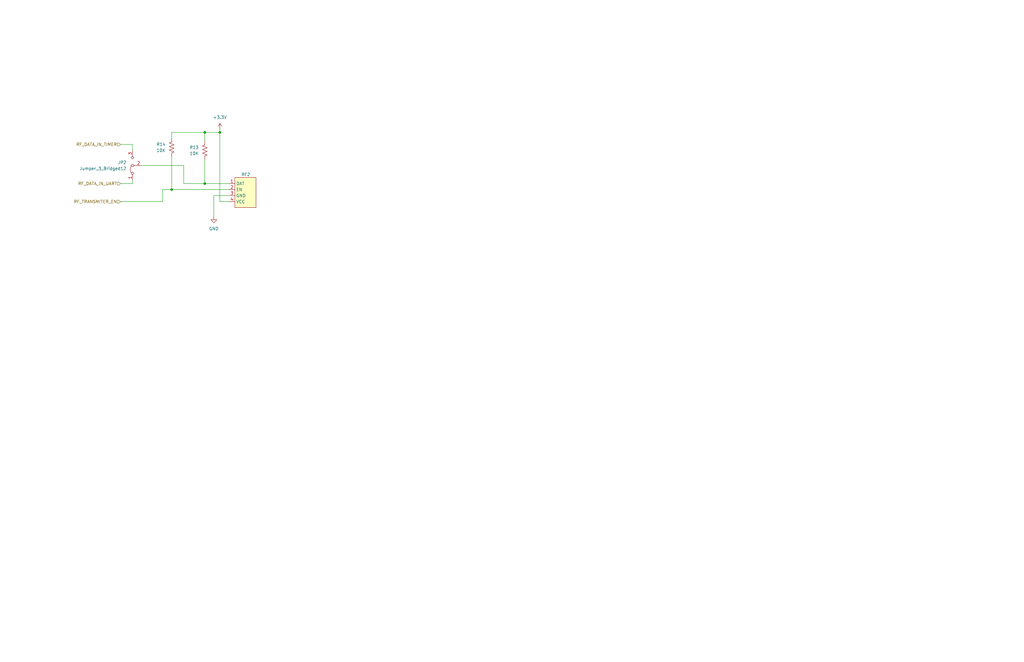
<source format=kicad_sch>
(kicad_sch (version 20250114) (generator "eeschema") (generator_version "9.0")
  (paper "USLedger")
  (title_block (title "RC-KAKATA-CONTROL") (date "2025-12-01") (rev "1.0") (company "ITLA-HUB"))
  (lib_symbols
    (symbol "EasyEDA:rf_433MHz_TRANSMITTER"
      (property "Reference" "RF" (at 0 0 0))
      (symbol "rf_433MHz_TRANSMITTER_1_1"
        (rectangle (start -8.89 0) (end 0 -12.7) (fill (type background)))
        (pin input line (at 2.54 -2.54 180) (length 2.54) (name "DAT") (number "1"))
        (pin input line (at 2.54 -5.08 180) (length 2.54) (name "EN") (number "2"))
        (pin input line (at 2.54 -7.62 180) (length 2.54) (name "GND") (number "3"))
        (pin input line (at 2.54 -10.16 180) (length 2.54) (name "VCC") (number "4"))
      )
    )
    (symbol "Jumper:Jumper_3_Bridged12" (pin_names (offset 0) (hide yes)) (in_bom no)
      (property "Reference" "JP" (at -2.54 -2.54 0))
      (property "Value" "Jumper_3_Bridged12" (at 0 2.794 0))
      (symbol "Jumper_3_Bridged12_0_0"
        (circle (center -3.302 0) (radius 0.508))
        (circle (center 0 0) (radius 0.508))
        (circle (center 3.302 0) (radius 0.508))
      )
      (symbol "Jumper_3_Bridged12_0_1"
        (arc (start -3.048 0.508) (mid -1.651 0.9912) (end -0.254 0.508))
        (polyline (pts (xy 0 -1.27) (xy 0 -0.508)))
      )
      (symbol "Jumper_3_Bridged12_1_1"
        (pin passive line (at -6.35 0 0) (length 2.54) (name "A") (number "1"))
        (pin passive line (at 0 -3.81 90) (length 2.54) (name "C") (number "2"))
        (pin passive line (at 6.35 0 180) (length 2.54) (name "B") (number "3"))
      )
    )
    (symbol "MG_RESISTOR:RES-0603-10K-1%" (pin_numbers (hide yes)) (pin_names (offset 0))
      (property "Reference" "R" (at 2.54 0 90))
      (property "Value" "10K" (at -2.54 0 90))
      (symbol "RES-0603-10K-1%_0_1"
        (polyline (pts (xy 0 2.286) (xy 0 2.54)))
        (polyline (pts (xy 0 2.286) (xy 1.016 1.905) (xy 0 1.524) (xy -1.016 1.143) (xy 0 0.762)))
        (polyline (pts (xy 0 0.762) (xy 1.016 0.381) (xy 0 0) (xy -1.016 -0.381) (xy 0 -0.762)))
        (polyline (pts (xy 0 -0.762) (xy 1.016 -1.143) (xy 0 -1.524) (xy -1.016 -1.905) (xy 0 -2.286)))
        (polyline (pts (xy 0 -2.286) (xy 0 -2.54)))
      )
      (symbol "RES-0603-10K-1%_1_1"
        (pin passive line (at 0 3.81 270) (length 1.27) (name "~") (number "1"))
        (pin passive line (at 0 -3.81 90) (length 1.27) (name "~") (number "2"))
      )
    )
    (symbol "power:+3.3V" (power) (pin_numbers (hide yes)) (pin_names (offset 0) (hide yes))
      (property "Value" "+3.3V" (at 0 3.556 0))
      (symbol "+3.3V_0_1"
        (polyline (pts (xy -0.762 1.27) (xy 0 2.54)))
        (polyline (pts (xy 0 2.54) (xy 0.762 1.27)))
        (polyline (pts (xy 0 0) (xy 0 2.54)))
      )
      (symbol "+3.3V_1_1"
        (pin power_in line (at 0 0 90) (length 0) (name "~") (number "1"))
      )
    )
    (symbol "power:GND" (power) (pin_numbers (hide yes)) (pin_names (offset 0) (hide yes))
      (property "Value" "GND" (at 0 -3.81 0))
      (symbol "GND_0_1"
        (polyline (pts (xy 0 0) (xy 0 -1.27) (xy 1.27 -1.27) (xy 0 -2.54) (xy -1.27 -1.27) (xy 0 -1.27)))
      )
      (symbol "GND_1_1"
        (pin power_in line (at 0 0 270) (length 0) (name "~") (number "1"))
      )
    )
  )
  (junction (at 86.36 77.47))
  (junction (at 86.36 55.88))
  (junction (at 72.39 80.01))
  (junction (at 92.71 55.88))
  (wire (pts (xy 86.36 67.31) (xy 86.36 77.47)))
  (wire (pts (xy 50.8 60.96) (xy 55.88 60.96)))
  (wire (pts (xy 68.58 85.09) (xy 68.58 80.01)))
  (wire (pts (xy 72.39 66.04) (xy 72.39 80.01)))
  (wire (pts (xy 77.47 77.47) (xy 86.36 77.47)))
  (wire (pts (xy 92.71 55.88) (xy 92.71 85.09)))
  (wire (pts (xy 86.36 55.88) (xy 92.71 55.88)))
  (wire (pts (xy 90.17 82.55) (xy 90.17 91.44)))
  (wire (pts (xy 72.39 55.88) (xy 86.36 55.88)))
  (wire (pts (xy 68.58 80.01) (xy 72.39 80.01)))
  (wire (pts (xy 77.47 69.85) (xy 77.47 77.47)))
  (wire (pts (xy 96.52 82.55) (xy 90.17 82.55)))
  (wire (pts (xy 72.39 80.01) (xy 96.52 80.01)))
  (wire (pts (xy 55.88 60.96) (xy 55.88 63.5)))
  (wire (pts (xy 96.52 85.09) (xy 92.71 85.09)))
  (wire (pts (xy 50.8 77.47) (xy 55.88 77.47)))
  (wire (pts (xy 92.71 54.61) (xy 92.71 55.88)))
  (wire (pts (xy 50.8 85.09) (xy 68.58 85.09)))
  (wire (pts (xy 59.69 69.85) (xy 77.47 69.85)))
  (wire (pts (xy 86.36 59.69) (xy 86.36 55.88)))
  (wire (pts (xy 55.88 76.2) (xy 55.88 77.47)))
  (wire (pts (xy 86.36 77.47) (xy 96.52 77.47)))
  (wire (pts (xy 72.39 58.42) (xy 72.39 55.88)))
  (hierarchical_label "RF_DATA_IN_UART" (shape input) (at 50.8 77.47 180))
  (hierarchical_label "RF_DATA_IN_TIMER" (shape input) (at 50.8 60.96 180))
  (hierarchical_label "RF_TRANSMITER_EN" (shape input) (at 50.8 85.09 180))
  (symbol (lib_id "power:+3.3V") (at 92.71 54.61 0) (unit 1)
    (property "Reference" "#PWR76" (effects (hide yes)))
    (property "Value" "+3.3V" (at 92.71 49.53 0))
    (property "Description" "Power symbol creates a global label with name \"+3.3V\"" (effects (hide yes)))
  )
  (symbol (lib_id "EasyEDA:rf_433MHz_TRANSMITTER") (at 99.06 74.93 0) (mirror y) (unit 1) (in_bom no)
    (property "Reference" "RF2" (at 103.632 73.66 0))
    (property "Footprint" "EasyEDA:Itla_RC_RF_433MHz_transmitter" (effects (hide yes)))
  )
  (symbol (lib_id "Jumper:Jumper_3_Bridged12") (at 55.88 69.85 90) (unit 1) (in_bom no)
    (property "Reference" "JP2" (at 53.34 68.5799 90) (effects (justify left)))
    (property "Value" "Jumper_3_Bridged12" (at 53.34 71.1199 90) (effects (justify left)))
    (property "Footprint" "Connector_PinHeader_2.54mm:PinHeader_1x03_P2.54mm_Vertical" (effects (hide yes)))
    (property "Description" "Jumper, 3-pole, pins 1+2 closed/bridged" (effects (hide yes)))
  )
  (symbol (lib_id "power:GND") (at 90.17 91.44 0) (unit 1)
    (property "Reference" "#PWR78" (effects (hide yes)))
    (property "Value" "GND" (at 90.17 96.52 0))
    (property "Description" "Power symbol creates a global label with name \"GND\" , ground" (effects (hide yes)))
  )
  (symbol (lib_id "MG_RESISTOR:RES-0603-10K-1%") (at 86.36 63.5 0) (mirror y) (unit 1)
    (property "Reference" "R13" (at 83.82 62.2299 0) (effects (justify left)))
    (property "Value" "10K" (at 83.82 64.7699 0) (effects (justify left)))
    (property "Footprint" "4ms_Resistor:R_0603" (effects (hide yes)))
    (property "Description" "Resistor, US symbol" (effects (hide yes)))
    (property "TOL" "1%" (effects (hide yes)))
    (property "PWR" "1/10" (effects (hide yes)))
    (property "Part Number" "RC0603FR-0710KL" (effects (hide yes)))
    (property "Manufacturer" "YAGEO" (effects (hide yes)))
    (property "Footprint Name" "0603" (effects (hide yes)))
    (property "LCSC Part" "C95204" (effects (hide yes)))
  )
  (symbol (lib_id "MG_RESISTOR:RES-0603-10K-1%") (at 72.39 62.23 0) (mirror y) (unit 1)
    (property "Reference" "R14" (at 69.85 60.9599 0) (effects (justify left)))
    (property "Value" "10K" (at 69.85 63.4999 0) (effects (justify left)))
    (property "Footprint" "4ms_Resistor:R_0603" (effects (hide yes)))
    (property "Description" "Resistor, US symbol" (effects (hide yes)))
    (property "TOL" "1%" (effects (hide yes)))
    (property "PWR" "1/10" (effects (hide yes)))
    (property "Part Number" "RC0603FR-0710KL" (effects (hide yes)))
    (property "Manufacturer" "YAGEO" (effects (hide yes)))
    (property "Footprint Name" "0603" (effects (hide yes)))
    (property "LCSC Part" "C95204" (effects (hide yes)))
  )
)
</source>
